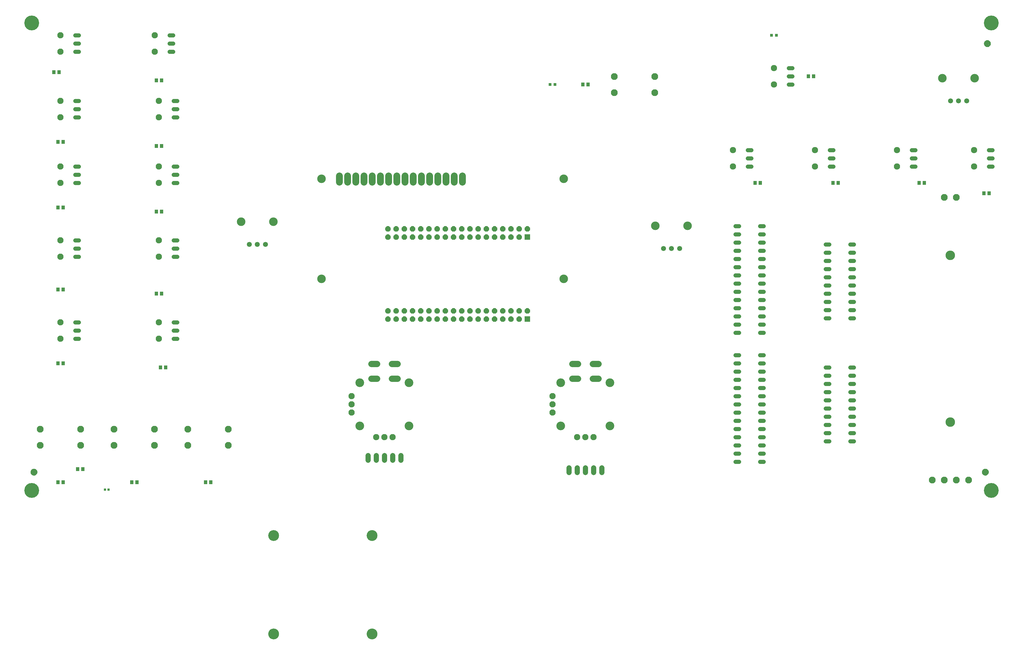
<source format=gbr>
G04 EAGLE Gerber RS-274X export*
G75*
%MOIN*%
%FSLAX34Y34*%
%LPD*%
%INSoldermask Top*%
%IPPOS*%
%AMOC8*
5,1,8,0,0,1.08239X$1,22.5*%
G01*
%ADD10C,0.131984*%
%ADD11R,0.066000X0.066000*%
%ADD12P,0.071438X8X202.500000*%
%ADD13C,0.083165*%
%ADD14C,0.061118*%
%ADD15C,0.104425*%
%ADD16C,0.076000*%
%ADD17C,0.076000*%
%ADD18C,0.106000*%
%ADD19C,0.062000*%
%ADD20C,0.082000*%
%ADD21C,0.116236*%
%ADD22C,0.050094*%
%ADD23C,0.050800*%
%ADD24R,0.037496X0.037496*%
%ADD25R,0.043400X0.046600*%
%ADD26C,0.181000*%
%ADD27C,0.024000*%
%ADD28C,0.046000*%
%ADD29R,0.030000X0.026000*%


D10*
X31000Y-16000D03*
X31000Y-4000D03*
X43000Y-4000D03*
X43000Y-16000D03*
D11*
X61923Y22390D03*
D12*
X61923Y23390D03*
X60923Y22390D03*
X60923Y23390D03*
X59923Y22390D03*
X59923Y23390D03*
X58923Y22390D03*
X58923Y23390D03*
X57923Y22390D03*
X57923Y23390D03*
X56923Y22390D03*
X56923Y23390D03*
X55923Y22390D03*
X55923Y23390D03*
X54923Y22390D03*
X54923Y23390D03*
X53923Y22390D03*
X53923Y23390D03*
X52923Y22390D03*
X52923Y23390D03*
X51923Y22390D03*
X51923Y23390D03*
X50923Y22390D03*
X50923Y23390D03*
X49923Y22390D03*
X49923Y23390D03*
X48923Y22390D03*
X48923Y23390D03*
X47923Y22390D03*
X47923Y23390D03*
X46923Y22390D03*
X46923Y23390D03*
X45923Y22390D03*
X45923Y23390D03*
X44923Y22390D03*
X44923Y23390D03*
D11*
X61923Y32390D03*
D12*
X61923Y33390D03*
X60923Y32390D03*
X60923Y33390D03*
X59923Y32390D03*
X59923Y33390D03*
X58923Y32390D03*
X58923Y33390D03*
X57923Y32390D03*
X57923Y33390D03*
X56923Y32390D03*
X56923Y33390D03*
X55923Y32390D03*
X55923Y33390D03*
X54923Y32390D03*
X54923Y33390D03*
X53923Y32390D03*
X53923Y33390D03*
X52923Y32390D03*
X52923Y33390D03*
X51923Y32390D03*
X51923Y33390D03*
X50923Y32390D03*
X50923Y33390D03*
X49923Y32390D03*
X49923Y33390D03*
X48923Y32390D03*
X48923Y33390D03*
X47923Y32390D03*
X47923Y33390D03*
X46923Y32390D03*
X46923Y33390D03*
X45923Y32390D03*
X45923Y33390D03*
X44923Y32390D03*
X44923Y33390D03*
D13*
X77461Y51984D03*
X77461Y50016D03*
X72539Y50016D03*
X72539Y51984D03*
D14*
X78516Y31000D03*
X79500Y31000D03*
X80484Y31000D03*
D15*
X77531Y33756D03*
X81469Y33756D03*
D16*
X43600Y16922D02*
X42900Y16922D01*
X45400Y16922D02*
X46100Y16922D01*
X43600Y15150D02*
X42900Y15150D01*
X45400Y15150D02*
X46100Y15150D01*
D17*
X43500Y8000D03*
X44500Y8000D03*
X45500Y8000D03*
D18*
X41500Y14625D03*
X41500Y9375D03*
X47500Y9375D03*
X47500Y14625D03*
D17*
X40500Y13000D03*
X40500Y12000D03*
X40500Y11000D03*
D19*
X46500Y5780D02*
X46500Y5220D01*
X45500Y5220D02*
X45500Y5780D01*
X44500Y5780D02*
X44500Y5220D01*
X43500Y5220D02*
X43500Y5780D01*
X42500Y5780D02*
X42500Y5220D01*
D20*
X39000Y39120D02*
X39000Y39880D01*
X40000Y39880D02*
X40000Y39120D01*
X41000Y39120D02*
X41000Y39880D01*
X42000Y39880D02*
X42000Y39120D01*
X43000Y39120D02*
X43000Y39880D01*
X44000Y39880D02*
X44000Y39120D01*
X45000Y39120D02*
X45000Y39880D01*
X46000Y39880D02*
X46000Y39120D01*
X47000Y39120D02*
X47000Y39880D01*
X48000Y39880D02*
X48000Y39120D01*
X49000Y39120D02*
X49000Y39880D01*
X50000Y39880D02*
X50000Y39120D01*
X51000Y39120D02*
X51000Y39880D01*
X52000Y39880D02*
X52000Y39120D01*
X53000Y39120D02*
X53000Y39880D01*
X54000Y39880D02*
X54000Y39120D01*
D15*
X36835Y39500D03*
X66362Y39500D03*
X36835Y27295D03*
X66362Y27295D03*
D21*
X113500Y9823D03*
X113500Y30177D03*
D13*
X111285Y2776D03*
X112762Y2776D03*
X114238Y2776D03*
X115715Y2776D03*
X112762Y37224D03*
X114238Y37224D03*
D22*
X87720Y18000D02*
X87280Y18000D01*
X87280Y17000D02*
X87720Y17000D01*
X87720Y16000D02*
X87280Y16000D01*
X87280Y15000D02*
X87720Y15000D01*
X87720Y14000D02*
X87280Y14000D01*
X87280Y13000D02*
X87720Y13000D01*
X87720Y12000D02*
X87280Y12000D01*
X87280Y11000D02*
X87720Y11000D01*
X87720Y10000D02*
X87280Y10000D01*
X87280Y9000D02*
X87720Y9000D01*
X87720Y8000D02*
X87280Y8000D01*
X87280Y7000D02*
X87720Y7000D01*
X87720Y6000D02*
X87280Y6000D01*
X87280Y5000D02*
X87720Y5000D01*
X90280Y18000D02*
X90720Y18000D01*
X90720Y17000D02*
X90280Y17000D01*
X90280Y16000D02*
X90720Y16000D01*
X90720Y15000D02*
X90280Y15000D01*
X90280Y14000D02*
X90720Y14000D01*
X90720Y13000D02*
X90280Y13000D01*
X90280Y12000D02*
X90720Y12000D01*
X90720Y11000D02*
X90280Y11000D01*
X90280Y10000D02*
X90720Y10000D01*
X90720Y9000D02*
X90280Y9000D01*
X90280Y8000D02*
X90720Y8000D01*
X90720Y7000D02*
X90280Y7000D01*
X90280Y6000D02*
X90720Y6000D01*
X90720Y5000D02*
X90280Y5000D01*
D23*
X98276Y16500D02*
X98724Y16500D01*
X98724Y15500D02*
X98276Y15500D01*
X98276Y10500D02*
X98724Y10500D01*
X98724Y9500D02*
X98276Y9500D01*
X98276Y14500D02*
X98724Y14500D01*
X98724Y13500D02*
X98276Y13500D01*
X98276Y11500D02*
X98724Y11500D01*
X98724Y12500D02*
X98276Y12500D01*
X98276Y8500D02*
X98724Y8500D01*
X98724Y7500D02*
X98276Y7500D01*
X101276Y7500D02*
X101724Y7500D01*
X101724Y8500D02*
X101276Y8500D01*
X101276Y9500D02*
X101724Y9500D01*
X101724Y10500D02*
X101276Y10500D01*
X101276Y11500D02*
X101724Y11500D01*
X101724Y12500D02*
X101276Y12500D01*
X101276Y13500D02*
X101724Y13500D01*
X101724Y14500D02*
X101276Y14500D01*
X101276Y15500D02*
X101724Y15500D01*
X101724Y16500D02*
X101276Y16500D01*
D14*
X113516Y49000D03*
X114500Y49000D03*
X115484Y49000D03*
D15*
X112531Y51756D03*
X116469Y51756D03*
D24*
X65295Y51000D03*
X64705Y51000D03*
D23*
X7224Y55000D02*
X6776Y55000D01*
X6776Y56000D02*
X7224Y56000D01*
X7224Y57000D02*
X6776Y57000D01*
D17*
X5000Y55000D03*
X5000Y57000D03*
D23*
X18276Y55000D02*
X18724Y55000D01*
X18724Y56000D02*
X18276Y56000D01*
X18276Y57000D02*
X18724Y57000D01*
D17*
X16500Y55000D03*
X16500Y57000D03*
D24*
X91705Y57000D03*
X92295Y57000D03*
D25*
X4815Y52500D03*
X4185Y52500D03*
X17315Y51500D03*
X16685Y51500D03*
D23*
X7224Y47000D02*
X6776Y47000D01*
X6776Y48000D02*
X7224Y48000D01*
X7224Y49000D02*
X6776Y49000D01*
D17*
X5000Y47000D03*
X5000Y49000D03*
D25*
X5315Y44000D03*
X4685Y44000D03*
D23*
X18776Y47000D02*
X19224Y47000D01*
X19224Y48000D02*
X18776Y48000D01*
X18776Y49000D02*
X19224Y49000D01*
D17*
X17000Y47000D03*
X17000Y49000D03*
D25*
X17315Y43500D03*
X16685Y43500D03*
D23*
X7224Y39000D02*
X6776Y39000D01*
X6776Y40000D02*
X7224Y40000D01*
X7224Y41000D02*
X6776Y41000D01*
D17*
X5000Y39000D03*
X5000Y41000D03*
D25*
X5315Y36000D03*
X4685Y36000D03*
D23*
X18776Y39000D02*
X19224Y39000D01*
X19224Y40000D02*
X18776Y40000D01*
X18776Y41000D02*
X19224Y41000D01*
D17*
X17000Y39000D03*
X17000Y41000D03*
D25*
X17315Y35500D03*
X16685Y35500D03*
D23*
X7224Y30000D02*
X6776Y30000D01*
X6776Y31000D02*
X7224Y31000D01*
X7224Y32000D02*
X6776Y32000D01*
D17*
X5000Y30000D03*
X5000Y32000D03*
D25*
X5315Y26000D03*
X4685Y26000D03*
D23*
X18776Y30000D02*
X19224Y30000D01*
X19224Y31000D02*
X18776Y31000D01*
X18776Y32000D02*
X19224Y32000D01*
D17*
X17000Y30000D03*
X17000Y32000D03*
D25*
X17315Y25500D03*
X16685Y25500D03*
D23*
X7224Y20000D02*
X6776Y20000D01*
X6776Y21000D02*
X7224Y21000D01*
X7224Y22000D02*
X6776Y22000D01*
D17*
X5000Y20000D03*
X5000Y22000D03*
D25*
X5315Y17000D03*
X4685Y17000D03*
D23*
X18776Y20000D02*
X19224Y20000D01*
X19224Y21000D02*
X18776Y21000D01*
X18776Y22000D02*
X19224Y22000D01*
D17*
X17000Y20000D03*
X17000Y22000D03*
D25*
X17815Y16500D03*
X17185Y16500D03*
D23*
X93776Y51000D02*
X94224Y51000D01*
X94224Y52000D02*
X93776Y52000D01*
X93776Y53000D02*
X94224Y53000D01*
D17*
X92000Y51000D03*
X92000Y53000D03*
D25*
X96185Y52000D03*
X96815Y52000D03*
D23*
X89224Y41000D02*
X88776Y41000D01*
X88776Y42000D02*
X89224Y42000D01*
X89224Y43000D02*
X88776Y43000D01*
D17*
X87000Y41000D03*
X87000Y43000D03*
D25*
X89685Y39000D03*
X90315Y39000D03*
D23*
X98776Y41000D02*
X99224Y41000D01*
X99224Y42000D02*
X98776Y42000D01*
X98776Y43000D02*
X99224Y43000D01*
D17*
X97000Y41000D03*
X97000Y43000D03*
D25*
X99185Y39000D03*
X99815Y39000D03*
D23*
X108776Y41000D02*
X109224Y41000D01*
X109224Y42000D02*
X108776Y42000D01*
X108776Y43000D02*
X109224Y43000D01*
D17*
X107000Y41000D03*
X107000Y43000D03*
D25*
X109685Y39000D03*
X110315Y39000D03*
D23*
X118176Y41000D02*
X118624Y41000D01*
X118624Y42000D02*
X118176Y42000D01*
X118176Y43000D02*
X118624Y43000D01*
D17*
X116400Y41000D03*
X116400Y43000D03*
D25*
X117585Y37750D03*
X118215Y37750D03*
X68685Y51000D03*
X69315Y51000D03*
D13*
X7461Y8984D03*
X7461Y7016D03*
X2539Y7016D03*
X2539Y8984D03*
D25*
X5315Y2500D03*
X4685Y2500D03*
D13*
X16461Y8984D03*
X16461Y7016D03*
X11539Y7016D03*
X11539Y8984D03*
D25*
X14315Y2500D03*
X13685Y2500D03*
D13*
X25461Y8984D03*
X25461Y7016D03*
X20539Y7016D03*
X20539Y8984D03*
D25*
X23315Y2500D03*
X22685Y2500D03*
D14*
X28016Y31500D03*
X29000Y31500D03*
X29984Y31500D03*
D15*
X27031Y34256D03*
X30969Y34256D03*
D16*
X67400Y16922D02*
X68100Y16922D01*
X69900Y16922D02*
X70600Y16922D01*
X68100Y15150D02*
X67400Y15150D01*
X69900Y15150D02*
X70600Y15150D01*
D17*
X68000Y8000D03*
X69000Y8000D03*
X70000Y8000D03*
D18*
X66000Y14625D03*
X66000Y9375D03*
X72000Y9375D03*
X72000Y14625D03*
D17*
X65000Y13000D03*
X65000Y12000D03*
X65000Y11000D03*
D19*
X67000Y4280D02*
X67000Y3720D01*
X68000Y3720D02*
X68000Y4280D01*
X69000Y4280D02*
X69000Y3720D01*
X70000Y3720D02*
X70000Y4280D01*
X71000Y4280D02*
X71000Y3720D01*
D22*
X87280Y33750D02*
X87720Y33750D01*
X87720Y32750D02*
X87280Y32750D01*
X87280Y31750D02*
X87720Y31750D01*
X87720Y30750D02*
X87280Y30750D01*
X87280Y29750D02*
X87720Y29750D01*
X87720Y28750D02*
X87280Y28750D01*
X87280Y27750D02*
X87720Y27750D01*
X87720Y26750D02*
X87280Y26750D01*
X87280Y25750D02*
X87720Y25750D01*
X87720Y24750D02*
X87280Y24750D01*
X87280Y23750D02*
X87720Y23750D01*
X87720Y22750D02*
X87280Y22750D01*
X87280Y21750D02*
X87720Y21750D01*
X87720Y20750D02*
X87280Y20750D01*
X90280Y33750D02*
X90720Y33750D01*
X90720Y32750D02*
X90280Y32750D01*
X90280Y31750D02*
X90720Y31750D01*
X90720Y30750D02*
X90280Y30750D01*
X90280Y29750D02*
X90720Y29750D01*
X90720Y28750D02*
X90280Y28750D01*
X90280Y27750D02*
X90720Y27750D01*
X90720Y26750D02*
X90280Y26750D01*
X90280Y25750D02*
X90720Y25750D01*
X90720Y24750D02*
X90280Y24750D01*
X90280Y23750D02*
X90720Y23750D01*
X90720Y22750D02*
X90280Y22750D01*
X90280Y21750D02*
X90720Y21750D01*
X90720Y20750D02*
X90280Y20750D01*
D23*
X98276Y31500D02*
X98724Y31500D01*
X98724Y30500D02*
X98276Y30500D01*
X98276Y25500D02*
X98724Y25500D01*
X98724Y24500D02*
X98276Y24500D01*
X98276Y29500D02*
X98724Y29500D01*
X98724Y28500D02*
X98276Y28500D01*
X98276Y26500D02*
X98724Y26500D01*
X98724Y27500D02*
X98276Y27500D01*
X98276Y23500D02*
X98724Y23500D01*
X98724Y22500D02*
X98276Y22500D01*
X101276Y22500D02*
X101724Y22500D01*
X101724Y23500D02*
X101276Y23500D01*
X101276Y24500D02*
X101724Y24500D01*
X101724Y25500D02*
X101276Y25500D01*
X101276Y26500D02*
X101724Y26500D01*
X101724Y27500D02*
X101276Y27500D01*
X101276Y28500D02*
X101724Y28500D01*
X101724Y29500D02*
X101276Y29500D01*
X101276Y30500D02*
X101724Y30500D01*
X101724Y31500D02*
X101276Y31500D01*
D26*
X1500Y1500D03*
X1500Y58500D03*
X118500Y58500D03*
X118500Y1500D03*
D27*
X1450Y3750D02*
X1452Y3784D01*
X1458Y3818D01*
X1467Y3851D01*
X1481Y3882D01*
X1498Y3912D01*
X1518Y3940D01*
X1541Y3965D01*
X1567Y3988D01*
X1595Y4007D01*
X1625Y4023D01*
X1657Y4035D01*
X1690Y4044D01*
X1724Y4049D01*
X1759Y4050D01*
X1793Y4047D01*
X1826Y4040D01*
X1859Y4030D01*
X1890Y4015D01*
X1919Y3998D01*
X1946Y3977D01*
X1971Y3953D01*
X1993Y3926D01*
X2011Y3898D01*
X2026Y3867D01*
X2038Y3835D01*
X2046Y3801D01*
X2050Y3767D01*
X2050Y3733D01*
X2046Y3699D01*
X2038Y3665D01*
X2026Y3633D01*
X2011Y3602D01*
X1993Y3574D01*
X1971Y3547D01*
X1946Y3523D01*
X1919Y3502D01*
X1890Y3485D01*
X1859Y3470D01*
X1826Y3460D01*
X1793Y3453D01*
X1759Y3450D01*
X1724Y3451D01*
X1690Y3456D01*
X1657Y3465D01*
X1625Y3477D01*
X1595Y3493D01*
X1567Y3512D01*
X1541Y3535D01*
X1518Y3560D01*
X1498Y3588D01*
X1481Y3618D01*
X1467Y3649D01*
X1458Y3682D01*
X1452Y3716D01*
X1450Y3750D01*
D28*
X1750Y3750D03*
D27*
X117450Y3750D02*
X117452Y3784D01*
X117458Y3818D01*
X117467Y3851D01*
X117481Y3882D01*
X117498Y3912D01*
X117518Y3940D01*
X117541Y3965D01*
X117567Y3988D01*
X117595Y4007D01*
X117625Y4023D01*
X117657Y4035D01*
X117690Y4044D01*
X117724Y4049D01*
X117759Y4050D01*
X117793Y4047D01*
X117826Y4040D01*
X117859Y4030D01*
X117890Y4015D01*
X117919Y3998D01*
X117946Y3977D01*
X117971Y3953D01*
X117993Y3926D01*
X118011Y3898D01*
X118026Y3867D01*
X118038Y3835D01*
X118046Y3801D01*
X118050Y3767D01*
X118050Y3733D01*
X118046Y3699D01*
X118038Y3665D01*
X118026Y3633D01*
X118011Y3602D01*
X117993Y3574D01*
X117971Y3547D01*
X117946Y3523D01*
X117919Y3502D01*
X117890Y3485D01*
X117859Y3470D01*
X117826Y3460D01*
X117793Y3453D01*
X117759Y3450D01*
X117724Y3451D01*
X117690Y3456D01*
X117657Y3465D01*
X117625Y3477D01*
X117595Y3493D01*
X117567Y3512D01*
X117541Y3535D01*
X117518Y3560D01*
X117498Y3588D01*
X117481Y3618D01*
X117467Y3649D01*
X117458Y3682D01*
X117452Y3716D01*
X117450Y3750D01*
D28*
X117750Y3750D03*
D27*
X117700Y56000D02*
X117702Y56034D01*
X117708Y56068D01*
X117717Y56101D01*
X117731Y56132D01*
X117748Y56162D01*
X117768Y56190D01*
X117791Y56215D01*
X117817Y56238D01*
X117845Y56257D01*
X117875Y56273D01*
X117907Y56285D01*
X117940Y56294D01*
X117974Y56299D01*
X118009Y56300D01*
X118043Y56297D01*
X118076Y56290D01*
X118109Y56280D01*
X118140Y56265D01*
X118169Y56248D01*
X118196Y56227D01*
X118221Y56203D01*
X118243Y56176D01*
X118261Y56148D01*
X118276Y56117D01*
X118288Y56085D01*
X118296Y56051D01*
X118300Y56017D01*
X118300Y55983D01*
X118296Y55949D01*
X118288Y55915D01*
X118276Y55883D01*
X118261Y55852D01*
X118243Y55824D01*
X118221Y55797D01*
X118196Y55773D01*
X118169Y55752D01*
X118140Y55735D01*
X118109Y55720D01*
X118076Y55710D01*
X118043Y55703D01*
X118009Y55700D01*
X117974Y55701D01*
X117940Y55706D01*
X117907Y55715D01*
X117875Y55727D01*
X117845Y55743D01*
X117817Y55762D01*
X117791Y55785D01*
X117768Y55810D01*
X117748Y55838D01*
X117731Y55868D01*
X117717Y55899D01*
X117708Y55932D01*
X117702Y55966D01*
X117700Y56000D01*
D28*
X118000Y56000D03*
D25*
X7085Y4100D03*
X7715Y4100D03*
D29*
X10430Y1600D03*
X10870Y1600D03*
M02*

</source>
